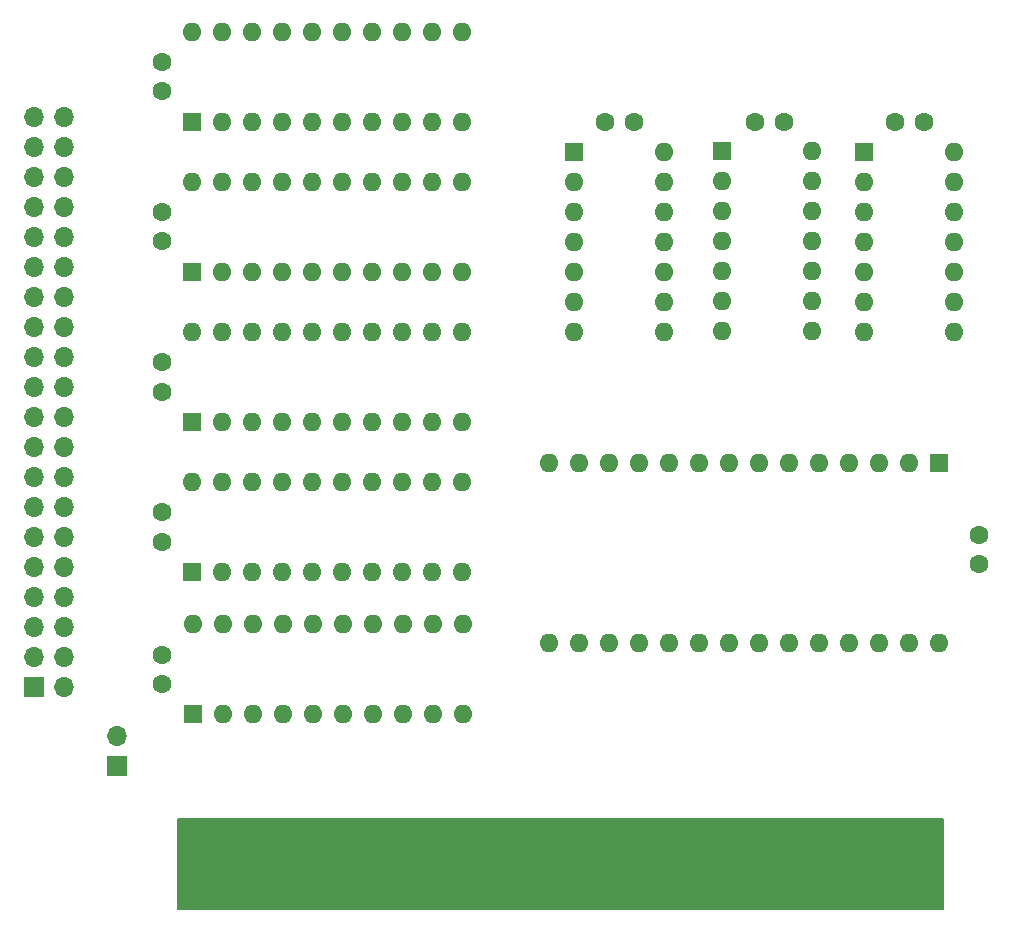
<source format=gbr>
G04 #@! TF.GenerationSoftware,KiCad,Pcbnew,(5.1.12-1-10_14)*
G04 #@! TF.CreationDate,2022-02-16T21:29:44-05:00*
G04 #@! TF.ProjectId,Apple2IORPi,4170706c-6532-4494-9f52-50692e6b6963,0.5*
G04 #@! TF.SameCoordinates,Original*
G04 #@! TF.FileFunction,Soldermask,Top*
G04 #@! TF.FilePolarity,Negative*
%FSLAX46Y46*%
G04 Gerber Fmt 4.6, Leading zero omitted, Abs format (unit mm)*
G04 Created by KiCad (PCBNEW (5.1.12-1-10_14)) date 2022-02-16 21:29:44*
%MOMM*%
%LPD*%
G01*
G04 APERTURE LIST*
%ADD10C,0.150000*%
%ADD11C,1.600000*%
%ADD12O,1.600000X1.600000*%
%ADD13R,1.600000X1.600000*%
%ADD14R,1.700000X1.700000*%
%ADD15O,1.700000X1.700000*%
G04 APERTURE END LIST*
D10*
G36*
X187400001Y-119380000D02*
G01*
X187400001Y-111760000D01*
X122630001Y-111760000D01*
X122630001Y-119380000D01*
X187400001Y-119380000D01*
G37*
X187400001Y-119380000D02*
X187400001Y-111760000D01*
X122630001Y-111760000D01*
X122630001Y-119380000D01*
X187400001Y-119380000D01*
D11*
X190500000Y-90170000D03*
X190500000Y-87670000D03*
D12*
X176326800Y-55168800D03*
X168706800Y-70408800D03*
X176326800Y-57708800D03*
X168706800Y-67868800D03*
X176326800Y-60248800D03*
X168706800Y-65328800D03*
X176326800Y-62788800D03*
X168706800Y-62788800D03*
X176326800Y-65328800D03*
X168706800Y-60248800D03*
X176326800Y-67868800D03*
X168706800Y-57708800D03*
X176326800Y-70408800D03*
D13*
X168706800Y-55168800D03*
X180771800Y-55245000D03*
D12*
X188391800Y-70485000D03*
X180771800Y-57785000D03*
X188391800Y-67945000D03*
X180771800Y-60325000D03*
X188391800Y-65405000D03*
X180771800Y-62865000D03*
X188391800Y-62865000D03*
X180771800Y-65405000D03*
X188391800Y-60325000D03*
X180771800Y-67945000D03*
X188391800Y-57785000D03*
X180771800Y-70485000D03*
X188391800Y-55245000D03*
X163830000Y-55245000D03*
X156210000Y-70485000D03*
X163830000Y-57785000D03*
X156210000Y-67945000D03*
X163830000Y-60325000D03*
X156210000Y-65405000D03*
X163830000Y-62865000D03*
X156210000Y-62865000D03*
X163830000Y-65405000D03*
X156210000Y-60325000D03*
X163830000Y-67945000D03*
X156210000Y-57785000D03*
X163830000Y-70485000D03*
D13*
X156210000Y-55245000D03*
D11*
X121285000Y-85765000D03*
X121285000Y-88265000D03*
X121285000Y-100330000D03*
X121285000Y-97830000D03*
X121285000Y-75565000D03*
X121285000Y-73065000D03*
X158790000Y-52705000D03*
X161290000Y-52705000D03*
X173990000Y-52705000D03*
X171490000Y-52705000D03*
X185851800Y-52705000D03*
X183351800Y-52705000D03*
D13*
X123825000Y-65405000D03*
D12*
X146685000Y-57785000D03*
X126365000Y-65405000D03*
X144145000Y-57785000D03*
X128905000Y-65405000D03*
X141605000Y-57785000D03*
X131445000Y-65405000D03*
X139065000Y-57785000D03*
X133985000Y-65405000D03*
X136525000Y-57785000D03*
X136525000Y-65405000D03*
X133985000Y-57785000D03*
X139065000Y-65405000D03*
X131445000Y-57785000D03*
X141605000Y-65405000D03*
X128905000Y-57785000D03*
X144145000Y-65405000D03*
X126365000Y-57785000D03*
X146685000Y-65405000D03*
X123825000Y-57785000D03*
D11*
X121285000Y-60325000D03*
X121285000Y-62825000D03*
D13*
X123825000Y-78105000D03*
D12*
X146685000Y-70485000D03*
X126365000Y-78105000D03*
X144145000Y-70485000D03*
X128905000Y-78105000D03*
X141605000Y-70485000D03*
X131445000Y-78105000D03*
X139065000Y-70485000D03*
X133985000Y-78105000D03*
X136525000Y-70485000D03*
X136525000Y-78105000D03*
X133985000Y-70485000D03*
X139065000Y-78105000D03*
X131445000Y-70485000D03*
X141605000Y-78105000D03*
X128905000Y-70485000D03*
X144145000Y-78105000D03*
X126365000Y-70485000D03*
X146685000Y-78105000D03*
X123825000Y-70485000D03*
D14*
X110490000Y-100584000D03*
D15*
X113030000Y-100584000D03*
X110490000Y-98044000D03*
X113030000Y-98044000D03*
X110490000Y-95504000D03*
X113030000Y-95504000D03*
X110490000Y-92964000D03*
X113030000Y-92964000D03*
X110490000Y-90424000D03*
X113030000Y-90424000D03*
X110490000Y-87884000D03*
X113030000Y-87884000D03*
X110490000Y-85344000D03*
X113030000Y-85344000D03*
X110490000Y-82804000D03*
X113030000Y-82804000D03*
X110490000Y-80264000D03*
X113030000Y-80264000D03*
X110490000Y-77724000D03*
X113030000Y-77724000D03*
X110490000Y-75184000D03*
X113030000Y-75184000D03*
X110490000Y-72644000D03*
X113030000Y-72644000D03*
X110490000Y-70104000D03*
X113030000Y-70104000D03*
X110490000Y-67564000D03*
X113030000Y-67564000D03*
X110490000Y-65024000D03*
X113030000Y-65024000D03*
X110490000Y-62484000D03*
X113030000Y-62484000D03*
X110490000Y-59944000D03*
X113030000Y-59944000D03*
X110490000Y-57404000D03*
X113030000Y-57404000D03*
X110490000Y-54864000D03*
X113030000Y-54864000D03*
X110490000Y-52324000D03*
X113030000Y-52324000D03*
D12*
X123825000Y-45085000D03*
X146685000Y-52705000D03*
X126365000Y-45085000D03*
X144145000Y-52705000D03*
X128905000Y-45085000D03*
X141605000Y-52705000D03*
X131445000Y-45085000D03*
X139065000Y-52705000D03*
X133985000Y-45085000D03*
X136525000Y-52705000D03*
X136525000Y-45085000D03*
X133985000Y-52705000D03*
X139065000Y-45085000D03*
X131445000Y-52705000D03*
X141605000Y-45085000D03*
X128905000Y-52705000D03*
X144145000Y-45085000D03*
X126365000Y-52705000D03*
X146685000Y-45085000D03*
D13*
X123825000Y-52705000D03*
X187101925Y-81586962D03*
D12*
X154081925Y-96826962D03*
X184561925Y-81586962D03*
X156621925Y-96826962D03*
X182021925Y-81586962D03*
X159161925Y-96826962D03*
X179481925Y-81586962D03*
X161701925Y-96826962D03*
X176941925Y-81586962D03*
X164241925Y-96826962D03*
X174401925Y-81586962D03*
X166781925Y-96826962D03*
X171861925Y-81586962D03*
X169321925Y-96826962D03*
X169321925Y-81586962D03*
X171861925Y-96826962D03*
X166781925Y-81586962D03*
X174401925Y-96826962D03*
X164241925Y-81586962D03*
X176941925Y-96826962D03*
X161701925Y-81586962D03*
X179481925Y-96826962D03*
X159161925Y-81586962D03*
X182021925Y-96826962D03*
X156621925Y-81586962D03*
X184561925Y-96826962D03*
X154081925Y-81586962D03*
X187101925Y-96826962D03*
G36*
G01*
X184860001Y-119062500D02*
X184860001Y-112077500D01*
G75*
G02*
X185177501Y-111760000I317500J0D01*
G01*
X185812501Y-111760000D01*
G75*
G02*
X186130001Y-112077500I0J-317500D01*
G01*
X186130001Y-119062500D01*
G75*
G02*
X185812501Y-119380000I-317500J0D01*
G01*
X185177501Y-119380000D01*
G75*
G02*
X184860001Y-119062500I0J317500D01*
G01*
G37*
G36*
G01*
X182320001Y-119062500D02*
X182320001Y-112077500D01*
G75*
G02*
X182637501Y-111760000I317500J0D01*
G01*
X183272501Y-111760000D01*
G75*
G02*
X183590001Y-112077500I0J-317500D01*
G01*
X183590001Y-119062500D01*
G75*
G02*
X183272501Y-119380000I-317500J0D01*
G01*
X182637501Y-119380000D01*
G75*
G02*
X182320001Y-119062500I0J317500D01*
G01*
G37*
G36*
G01*
X179780001Y-119062500D02*
X179780001Y-112077500D01*
G75*
G02*
X180097501Y-111760000I317500J0D01*
G01*
X180732501Y-111760000D01*
G75*
G02*
X181050001Y-112077500I0J-317500D01*
G01*
X181050001Y-119062500D01*
G75*
G02*
X180732501Y-119380000I-317500J0D01*
G01*
X180097501Y-119380000D01*
G75*
G02*
X179780001Y-119062500I0J317500D01*
G01*
G37*
G36*
G01*
X177240001Y-119062500D02*
X177240001Y-112077500D01*
G75*
G02*
X177557501Y-111760000I317500J0D01*
G01*
X178192501Y-111760000D01*
G75*
G02*
X178510001Y-112077500I0J-317500D01*
G01*
X178510001Y-119062500D01*
G75*
G02*
X178192501Y-119380000I-317500J0D01*
G01*
X177557501Y-119380000D01*
G75*
G02*
X177240001Y-119062500I0J317500D01*
G01*
G37*
G36*
G01*
X174700001Y-119062500D02*
X174700001Y-112077500D01*
G75*
G02*
X175017501Y-111760000I317500J0D01*
G01*
X175652501Y-111760000D01*
G75*
G02*
X175970001Y-112077500I0J-317500D01*
G01*
X175970001Y-119062500D01*
G75*
G02*
X175652501Y-119380000I-317500J0D01*
G01*
X175017501Y-119380000D01*
G75*
G02*
X174700001Y-119062500I0J317500D01*
G01*
G37*
G36*
G01*
X172160001Y-119062500D02*
X172160001Y-112077500D01*
G75*
G02*
X172477501Y-111760000I317500J0D01*
G01*
X173112501Y-111760000D01*
G75*
G02*
X173430001Y-112077500I0J-317500D01*
G01*
X173430001Y-119062500D01*
G75*
G02*
X173112501Y-119380000I-317500J0D01*
G01*
X172477501Y-119380000D01*
G75*
G02*
X172160001Y-119062500I0J317500D01*
G01*
G37*
G36*
G01*
X169620001Y-119062500D02*
X169620001Y-112077500D01*
G75*
G02*
X169937501Y-111760000I317500J0D01*
G01*
X170572501Y-111760000D01*
G75*
G02*
X170890001Y-112077500I0J-317500D01*
G01*
X170890001Y-119062500D01*
G75*
G02*
X170572501Y-119380000I-317500J0D01*
G01*
X169937501Y-119380000D01*
G75*
G02*
X169620001Y-119062500I0J317500D01*
G01*
G37*
G36*
G01*
X167080001Y-119062500D02*
X167080001Y-112077500D01*
G75*
G02*
X167397501Y-111760000I317500J0D01*
G01*
X168032501Y-111760000D01*
G75*
G02*
X168350001Y-112077500I0J-317500D01*
G01*
X168350001Y-119062500D01*
G75*
G02*
X168032501Y-119380000I-317500J0D01*
G01*
X167397501Y-119380000D01*
G75*
G02*
X167080001Y-119062500I0J317500D01*
G01*
G37*
G36*
G01*
X164540001Y-119062500D02*
X164540001Y-112077500D01*
G75*
G02*
X164857501Y-111760000I317500J0D01*
G01*
X165492501Y-111760000D01*
G75*
G02*
X165810001Y-112077500I0J-317500D01*
G01*
X165810001Y-119062500D01*
G75*
G02*
X165492501Y-119380000I-317500J0D01*
G01*
X164857501Y-119380000D01*
G75*
G02*
X164540001Y-119062500I0J317500D01*
G01*
G37*
G36*
G01*
X162000001Y-119062500D02*
X162000001Y-112077500D01*
G75*
G02*
X162317501Y-111760000I317500J0D01*
G01*
X162952501Y-111760000D01*
G75*
G02*
X163270001Y-112077500I0J-317500D01*
G01*
X163270001Y-119062500D01*
G75*
G02*
X162952501Y-119380000I-317500J0D01*
G01*
X162317501Y-119380000D01*
G75*
G02*
X162000001Y-119062500I0J317500D01*
G01*
G37*
G36*
G01*
X159460001Y-119062500D02*
X159460001Y-112077500D01*
G75*
G02*
X159777501Y-111760000I317500J0D01*
G01*
X160412501Y-111760000D01*
G75*
G02*
X160730001Y-112077500I0J-317500D01*
G01*
X160730001Y-119062500D01*
G75*
G02*
X160412501Y-119380000I-317500J0D01*
G01*
X159777501Y-119380000D01*
G75*
G02*
X159460001Y-119062500I0J317500D01*
G01*
G37*
G36*
G01*
X156920001Y-119062500D02*
X156920001Y-112077500D01*
G75*
G02*
X157237501Y-111760000I317500J0D01*
G01*
X157872501Y-111760000D01*
G75*
G02*
X158190001Y-112077500I0J-317500D01*
G01*
X158190001Y-119062500D01*
G75*
G02*
X157872501Y-119380000I-317500J0D01*
G01*
X157237501Y-119380000D01*
G75*
G02*
X156920001Y-119062500I0J317500D01*
G01*
G37*
G36*
G01*
X154380001Y-119062500D02*
X154380001Y-112077500D01*
G75*
G02*
X154697501Y-111760000I317500J0D01*
G01*
X155332501Y-111760000D01*
G75*
G02*
X155650001Y-112077500I0J-317500D01*
G01*
X155650001Y-119062500D01*
G75*
G02*
X155332501Y-119380000I-317500J0D01*
G01*
X154697501Y-119380000D01*
G75*
G02*
X154380001Y-119062500I0J317500D01*
G01*
G37*
G36*
G01*
X151840001Y-119062500D02*
X151840001Y-112077500D01*
G75*
G02*
X152157501Y-111760000I317500J0D01*
G01*
X152792501Y-111760000D01*
G75*
G02*
X153110001Y-112077500I0J-317500D01*
G01*
X153110001Y-119062500D01*
G75*
G02*
X152792501Y-119380000I-317500J0D01*
G01*
X152157501Y-119380000D01*
G75*
G02*
X151840001Y-119062500I0J317500D01*
G01*
G37*
G36*
G01*
X149300001Y-119062500D02*
X149300001Y-112077500D01*
G75*
G02*
X149617501Y-111760000I317500J0D01*
G01*
X150252501Y-111760000D01*
G75*
G02*
X150570001Y-112077500I0J-317500D01*
G01*
X150570001Y-119062500D01*
G75*
G02*
X150252501Y-119380000I-317500J0D01*
G01*
X149617501Y-119380000D01*
G75*
G02*
X149300001Y-119062500I0J317500D01*
G01*
G37*
G36*
G01*
X146760001Y-119062500D02*
X146760001Y-112077500D01*
G75*
G02*
X147077501Y-111760000I317500J0D01*
G01*
X147712501Y-111760000D01*
G75*
G02*
X148030001Y-112077500I0J-317500D01*
G01*
X148030001Y-119062500D01*
G75*
G02*
X147712501Y-119380000I-317500J0D01*
G01*
X147077501Y-119380000D01*
G75*
G02*
X146760001Y-119062500I0J317500D01*
G01*
G37*
G36*
G01*
X144220001Y-119062500D02*
X144220001Y-112077500D01*
G75*
G02*
X144537501Y-111760000I317500J0D01*
G01*
X145172501Y-111760000D01*
G75*
G02*
X145490001Y-112077500I0J-317500D01*
G01*
X145490001Y-119062500D01*
G75*
G02*
X145172501Y-119380000I-317500J0D01*
G01*
X144537501Y-119380000D01*
G75*
G02*
X144220001Y-119062500I0J317500D01*
G01*
G37*
G36*
G01*
X141680001Y-119062500D02*
X141680001Y-112077500D01*
G75*
G02*
X141997501Y-111760000I317500J0D01*
G01*
X142632501Y-111760000D01*
G75*
G02*
X142950001Y-112077500I0J-317500D01*
G01*
X142950001Y-119062500D01*
G75*
G02*
X142632501Y-119380000I-317500J0D01*
G01*
X141997501Y-119380000D01*
G75*
G02*
X141680001Y-119062500I0J317500D01*
G01*
G37*
G36*
G01*
X139140001Y-119062500D02*
X139140001Y-112077500D01*
G75*
G02*
X139457501Y-111760000I317500J0D01*
G01*
X140092501Y-111760000D01*
G75*
G02*
X140410001Y-112077500I0J-317500D01*
G01*
X140410001Y-119062500D01*
G75*
G02*
X140092501Y-119380000I-317500J0D01*
G01*
X139457501Y-119380000D01*
G75*
G02*
X139140001Y-119062500I0J317500D01*
G01*
G37*
G36*
G01*
X136600001Y-119062500D02*
X136600001Y-112077500D01*
G75*
G02*
X136917501Y-111760000I317500J0D01*
G01*
X137552501Y-111760000D01*
G75*
G02*
X137870001Y-112077500I0J-317500D01*
G01*
X137870001Y-119062500D01*
G75*
G02*
X137552501Y-119380000I-317500J0D01*
G01*
X136917501Y-119380000D01*
G75*
G02*
X136600001Y-119062500I0J317500D01*
G01*
G37*
G36*
G01*
X134060001Y-119062500D02*
X134060001Y-112077500D01*
G75*
G02*
X134377501Y-111760000I317500J0D01*
G01*
X135012501Y-111760000D01*
G75*
G02*
X135330001Y-112077500I0J-317500D01*
G01*
X135330001Y-119062500D01*
G75*
G02*
X135012501Y-119380000I-317500J0D01*
G01*
X134377501Y-119380000D01*
G75*
G02*
X134060001Y-119062500I0J317500D01*
G01*
G37*
G36*
G01*
X131520001Y-119062500D02*
X131520001Y-112077500D01*
G75*
G02*
X131837501Y-111760000I317500J0D01*
G01*
X132472501Y-111760000D01*
G75*
G02*
X132790001Y-112077500I0J-317500D01*
G01*
X132790001Y-119062500D01*
G75*
G02*
X132472501Y-119380000I-317500J0D01*
G01*
X131837501Y-119380000D01*
G75*
G02*
X131520001Y-119062500I0J317500D01*
G01*
G37*
G36*
G01*
X128980001Y-119062500D02*
X128980001Y-112077500D01*
G75*
G02*
X129297501Y-111760000I317500J0D01*
G01*
X129932501Y-111760000D01*
G75*
G02*
X130250001Y-112077500I0J-317500D01*
G01*
X130250001Y-119062500D01*
G75*
G02*
X129932501Y-119380000I-317500J0D01*
G01*
X129297501Y-119380000D01*
G75*
G02*
X128980001Y-119062500I0J317500D01*
G01*
G37*
G36*
G01*
X126440001Y-119062500D02*
X126440001Y-112077500D01*
G75*
G02*
X126757501Y-111760000I317500J0D01*
G01*
X127392501Y-111760000D01*
G75*
G02*
X127710001Y-112077500I0J-317500D01*
G01*
X127710001Y-119062500D01*
G75*
G02*
X127392501Y-119380000I-317500J0D01*
G01*
X126757501Y-119380000D01*
G75*
G02*
X126440001Y-119062500I0J317500D01*
G01*
G37*
G36*
G01*
X123900001Y-119062500D02*
X123900001Y-112077500D01*
G75*
G02*
X124217501Y-111760000I317500J0D01*
G01*
X124852501Y-111760000D01*
G75*
G02*
X125170001Y-112077500I0J-317500D01*
G01*
X125170001Y-119062500D01*
G75*
G02*
X124852501Y-119380000I-317500J0D01*
G01*
X124217501Y-119380000D01*
G75*
G02*
X123900001Y-119062500I0J317500D01*
G01*
G37*
D13*
X123952000Y-102870000D03*
D12*
X146812000Y-95250000D03*
X126492000Y-102870000D03*
X144272000Y-95250000D03*
X129032000Y-102870000D03*
X141732000Y-95250000D03*
X131572000Y-102870000D03*
X139192000Y-95250000D03*
X134112000Y-102870000D03*
X136652000Y-95250000D03*
X136652000Y-102870000D03*
X134112000Y-95250000D03*
X139192000Y-102870000D03*
X131572000Y-95250000D03*
X141732000Y-102870000D03*
X129032000Y-95250000D03*
X144272000Y-102870000D03*
X126492000Y-95250000D03*
X146812000Y-102870000D03*
X123952000Y-95250000D03*
X123825000Y-83185000D03*
X146685000Y-90805000D03*
X126365000Y-83185000D03*
X144145000Y-90805000D03*
X128905000Y-83185000D03*
X141605000Y-90805000D03*
X131445000Y-83185000D03*
X139065000Y-90805000D03*
X133985000Y-83185000D03*
X136525000Y-90805000D03*
X136525000Y-83185000D03*
X133985000Y-90805000D03*
X139065000Y-83185000D03*
X131445000Y-90805000D03*
X141605000Y-83185000D03*
X128905000Y-90805000D03*
X144145000Y-83185000D03*
X126365000Y-90805000D03*
X146685000Y-83185000D03*
D13*
X123825000Y-90805000D03*
D11*
X121285000Y-50125000D03*
X121285000Y-47625000D03*
D14*
X117500400Y-107238800D03*
D15*
X117500400Y-104698800D03*
M02*

</source>
